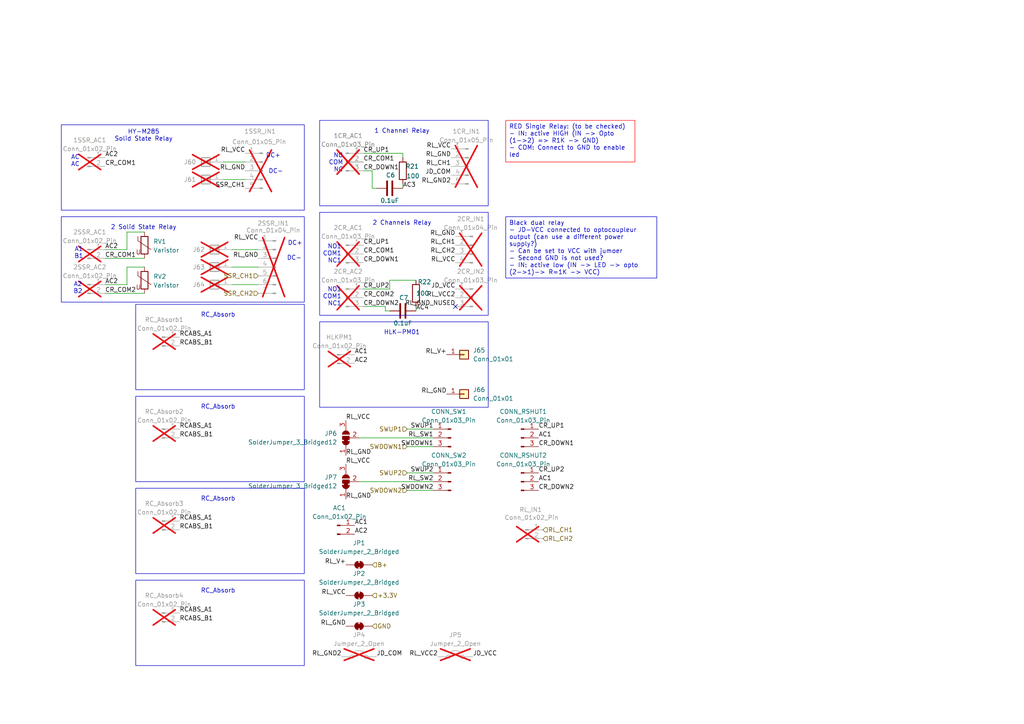
<source format=kicad_sch>
(kicad_sch (version 20231120) (generator "eeschema") (generator_version "8.0")
  (paper "A4")
  (lib_symbols
    (symbol "Connector:Conn_01x02_Pin" (pin_names (offset 1.016) hide)
      (property "Reference" "J" (at 0 2.54 0))
      (property "Value" "Conn_01x02_Pin" (at 0 -5.08 0))
      (symbol "Conn_01x02_Pin_1_1"
        (polyline (pts (xy 1.27 -2.54) (xy 0.8636 -2.54)) (stroke (width 0.1524)))
        (polyline (pts (xy 1.27 0) (xy 0.8636 0)) (stroke (width 0.1524)))
        (rectangle (start 0.8636 -2.413) (end 0 -2.667) (stroke (width 0.1524)) (fill (type outline)))
        (rectangle (start 0.8636 0.127) (end 0 -0.127) (stroke (width 0.1524)) (fill (type outline)))
        (pin passive line (at 5.08 0 180) (length 3.81) (name "Pin_1") (number "1"))
        (pin passive line (at 5.08 -2.54 180) (length 3.81) (name "Pin_2") (number "2"))
      )
    )
    (symbol "Connector:Conn_01x03_Pin" (pin_names (offset 1.016) hide)
      (property "Reference" "J" (at 0 5.08 0))
      (property "Value" "Conn_01x03_Pin" (at 0 -5.08 0))
      (symbol "Conn_01x03_Pin_1_1"
        (polyline (pts (xy 1.27 -2.54) (xy 0.8636 -2.54)) (stroke (width 0.1524)))
        (polyline (pts (xy 1.27 0) (xy 0.8636 0)) (stroke (width 0.1524)))
        (polyline (pts (xy 1.27 2.54) (xy 0.8636 2.54)) (stroke (width 0.1524)))
        (rectangle (start 0.8636 -2.413) (end 0 -2.667) (stroke (width 0.1524)) (fill (type outline)))
        (rectangle (start 0.8636 0.127) (end 0 -0.127) (stroke (width 0.1524)) (fill (type outline)))
        (rectangle (start 0.8636 2.667) (end 0 2.413) (stroke (width 0.1524)) (fill (type outline)))
        (pin passive line (at 5.08 2.54 180) (length 3.81) (name "Pin_1") (number "1"))
        (pin passive line (at 5.08 0 180) (length 3.81) (name "Pin_2") (number "2"))
        (pin passive line (at 5.08 -2.54 180) (length 3.81) (name "Pin_3") (number "3"))
      )
    )
    (symbol "Connector:Conn_01x04_Pin" (pin_names (offset 1.016) hide)
      (property "Reference" "J" (at 0 5.08 0))
      (property "Value" "Conn_01x04_Pin" (at 0 -7.62 0))
      (symbol "Conn_01x04_Pin_1_1"
        (polyline (pts (xy 1.27 -5.08) (xy 0.8636 -5.08)) (stroke (width 0.1524)))
        (polyline (pts (xy 1.27 -2.54) (xy 0.8636 -2.54)) (stroke (width 0.1524)))
        (polyline (pts (xy 1.27 0) (xy 0.8636 0)) (stroke (width 0.1524)))
        (polyline (pts (xy 1.27 2.54) (xy 0.8636 2.54)) (stroke (width 0.1524)))
        (rectangle (start 0.8636 -4.953) (end 0 -5.207) (stroke (width 0.1524)) (fill (type outline)))
        (rectangle (start 0.8636 -2.413) (end 0 -2.667) (stroke (width 0.1524)) (fill (type outline)))
        (rectangle (start 0.8636 0.127) (end 0 -0.127) (stroke (width 0.1524)) (fill (type outline)))
        (rectangle (start 0.8636 2.667) (end 0 2.413) (stroke (width 0.1524)) (fill (type outline)))
        (pin passive line (at 5.08 2.54 180) (length 3.81) (name "Pin_1") (number "1"))
        (pin passive line (at 5.08 0 180) (length 3.81) (name "Pin_2") (number "2"))
        (pin passive line (at 5.08 -2.54 180) (length 3.81) (name "Pin_3") (number "3"))
        (pin passive line (at 5.08 -5.08 180) (length 3.81) (name "Pin_4") (number "4"))
      )
    )
    (symbol "Connector:Conn_01x05_Pin" (pin_names (offset 1.016) hide)
      (property "Reference" "J" (at 0 7.62 0))
      (property "Value" "Conn_01x05_Pin" (at 0 -7.62 0))
      (symbol "Conn_01x05_Pin_1_1"
        (polyline (pts (xy 1.27 -5.08) (xy 0.8636 -5.08)) (stroke (width 0.1524)))
        (polyline (pts (xy 1.27 -2.54) (xy 0.8636 -2.54)) (stroke (width 0.1524)))
        (polyline (pts (xy 1.27 0) (xy 0.8636 0)) (stroke (width 0.1524)))
        (polyline (pts (xy 1.27 2.54) (xy 0.8636 2.54)) (stroke (width 0.1524)))
        (polyline (pts (xy 1.27 5.08) (xy 0.8636 5.08)) (stroke (width 0.1524)))
        (rectangle (start 0.8636 -4.953) (end 0 -5.207) (stroke (width 0.1524)) (fill (type outline)))
        (rectangle (start 0.8636 -2.413) (end 0 -2.667) (stroke (width 0.1524)) (fill (type outline)))
        (rectangle (start 0.8636 0.127) (end 0 -0.127) (stroke (width 0.1524)) (fill (type outline)))
        (rectangle (start 0.8636 2.667) (end 0 2.413) (stroke (width 0.1524)) (fill (type outline)))
        (rectangle (start 0.8636 5.207) (end 0 4.953) (stroke (width 0.1524)) (fill (type outline)))
        (pin passive line (at 5.08 5.08 180) (length 3.81) (name "Pin_1") (number "1"))
        (pin passive line (at 5.08 2.54 180) (length 3.81) (name "Pin_2") (number "2"))
        (pin passive line (at 5.08 0 180) (length 3.81) (name "Pin_3") (number "3"))
        (pin passive line (at 5.08 -2.54 180) (length 3.81) (name "Pin_4") (number "4"))
        (pin passive line (at 5.08 -5.08 180) (length 3.81) (name "Pin_5") (number "5"))
      )
    )
    (symbol "Connector:Conn_01x07_Pin" (pin_names (offset 1.016) hide)
      (property "Reference" "J" (at 0 10.16 0))
      (property "Value" "Conn_01x07_Pin" (at 0 -10.16 0))
      (symbol "Conn_01x07_Pin_1_1"
        (polyline (pts (xy 1.27 -7.62) (xy 0.8636 -7.62)) (stroke (width 0.1524)))
        (polyline (pts (xy 1.27 -5.08) (xy 0.8636 -5.08)) (stroke (width 0.1524)))
        (polyline (pts (xy 1.27 -2.54) (xy 0.8636 -2.54)) (stroke (width 0.1524)))
        (polyline (pts (xy 1.27 0) (xy 0.8636 0)) (stroke (width 0.1524)))
        (polyline (pts (xy 1.27 2.54) (xy 0.8636 2.54)) (stroke (width 0.1524)))
        (polyline (pts (xy 1.27 5.08) (xy 0.8636 5.08)) (stroke (width 0.1524)))
        (polyline (pts (xy 1.27 7.62) (xy 0.8636 7.62)) (stroke (width 0.1524)))
        (rectangle (start 0.8636 -7.493) (end 0 -7.747) (stroke (width 0.1524)) (fill (type outline)))
        (rectangle (start 0.8636 -4.953) (end 0 -5.207) (stroke (width 0.1524)) (fill (type outline)))
        (rectangle (start 0.8636 -2.413) (end 0 -2.667) (stroke (width 0.1524)) (fill (type outline)))
        (rectangle (start 0.8636 0.127) (end 0 -0.127) (stroke (width 0.1524)) (fill (type outline)))
        (rectangle (start 0.8636 2.667) (end 0 2.413) (stroke (width 0.1524)) (fill (type outline)))
        (rectangle (start 0.8636 5.207) (end 0 4.953) (stroke (width 0.1524)) (fill (type outline)))
        (rectangle (start 0.8636 7.747) (end 0 7.493) (stroke (width 0.1524)) (fill (type outline)))
        (pin passive line (at 5.08 7.62 180) (length 3.81) (name "Pin_1") (number "1"))
        (pin passive line (at 5.08 5.08 180) (length 3.81) (name "Pin_2") (number "2"))
        (pin passive line (at 5.08 2.54 180) (length 3.81) (name "Pin_3") (number "3"))
        (pin passive line (at 5.08 0 180) (length 3.81) (name "Pin_4") (number "4"))
        (pin passive line (at 5.08 -2.54 180) (length 3.81) (name "Pin_5") (number "5"))
        (pin passive line (at 5.08 -5.08 180) (length 3.81) (name "Pin_6") (number "6"))
        (pin passive line (at 5.08 -7.62 180) (length 3.81) (name "Pin_7") (number "7"))
      )
    )
    (symbol "Connector_Generic:Conn_01x01" (pin_names (offset 1.016) hide)
      (property "Reference" "J" (at 0 2.54 0))
      (property "Value" "Conn_01x01" (at 0 -2.54 0))
      (symbol "Conn_01x01_1_1"
        (rectangle (start -1.27 0.127) (end 0 -0.127) (stroke (width 0.1524)))
        (rectangle (start -1.27 1.27) (end 1.27 -1.27) (stroke (width 0.254)) (fill (type background)))
        (pin passive line (at -5.08 0 0) (length 3.81) (name "Pin_1") (number "1"))
      )
    )
    (symbol "Device:C" (pin_numbers hide) (pin_names (offset 0.254))
      (property "Reference" "C" (at 0.635 2.54 0))
      (property "Value" "C" (at 0.635 -2.54 0))
      (symbol "C_0_1"
        (polyline (pts (xy -2.032 -0.762) (xy 2.032 -0.762)) (stroke (width 0.508)))
        (polyline (pts (xy -2.032 0.762) (xy 2.032 0.762)) (stroke (width 0.508)))
      )
      (symbol "C_1_1"
        (pin passive line (at 0 3.81 270) (length 2.794) (name "~") (number "1"))
        (pin passive line (at 0 -3.81 90) (length 2.794) (name "~") (number "2"))
      )
    )
    (symbol "Device:R" (pin_numbers hide) (pin_names (offset 0))
      (property "Reference" "R" (at 2.032 0 90))
      (property "Value" "R" (at 0 0 90))
      (symbol "R_0_1"
        (rectangle (start -1.016 -2.54) (end 1.016 2.54) (stroke (width 0.254)))
      )
      (symbol "R_1_1"
        (pin passive line (at 0 3.81 270) (length 1.27) (name "~") (number "1"))
        (pin passive line (at 0 -3.81 90) (length 1.27) (name "~") (number "2"))
      )
    )
    (symbol "Device:Varistor" (pin_numbers hide) (pin_names (offset 0))
      (property "Reference" "RV" (at 3.175 0 90))
      (property "Value" "Varistor" (at -3.175 0 90))
      (symbol "Varistor_0_0"
        (text "U" (at -1.778 -2.032 0) (effects (font (size 1.27 1.27))))
      )
      (symbol "Varistor_0_1"
        (rectangle (start -1.016 -2.54) (end 1.016 2.54) (stroke (width 0.254)))
        (polyline (pts (xy -1.905 2.54) (xy -1.905 1.27) (xy 1.905 -1.27)))
      )
      (symbol "Varistor_1_1"
        (pin passive line (at 0 3.81 270) (length 1.27) (name "~") (number "1"))
        (pin passive line (at 0 -3.81 90) (length 1.27) (name "~") (number "2"))
      )
    )
    (symbol "Jumper:Jumper_2_Open" (pin_numbers hide) (pin_names (offset 0) hide) (exclude_from_sim yes)
      (property "Reference" "JP" (at 0 2.794 0))
      (property "Value" "Jumper_2_Open" (at 0 -2.286 0))
      (symbol "Jumper_2_Open_0_0"
        (circle (center -2.032 0) (radius 0.508))
        (circle (center 2.032 0) (radius 0.508))
      )
      (symbol "Jumper_2_Open_0_1"
        (arc (start 1.524 1.27) (mid 0 1.778) (end -1.524 1.27))
      )
      (symbol "Jumper_2_Open_1_1"
        (pin passive line (at -5.08 0 0) (length 2.54) (name "A") (number "1"))
        (pin passive line (at 5.08 0 180) (length 2.54) (name "B") (number "2"))
      )
    )
    (symbol "Jumper:SolderJumper_2_Bridged" (pin_numbers hide) (pin_names (offset 0) hide) (exclude_from_sim yes) (in_bom no)
      (property "Reference" "JP" (at 0 2.032 0))
      (property "Value" "SolderJumper_2_Bridged" (at 0 -2.54 0))
      (symbol "SolderJumper_2_Bridged_0_1"
        (rectangle (start -0.508 0.508) (end 0.508 -0.508) (fill (type outline)))
        (arc (start -0.254 1.016) (mid -1.2656 0) (end -0.254 -1.016))
        (arc (start -0.254 1.016) (mid -1.2656 0) (end -0.254 -1.016) (fill (type outline)))
        (polyline (pts (xy -0.254 1.016) (xy -0.254 -1.016)))
        (polyline (pts (xy 0.254 1.016) (xy 0.254 -1.016)))
        (arc (start 0.254 -1.016) (mid 1.2656 0) (end 0.254 1.016))
        (arc (start 0.254 -1.016) (mid 1.2656 0) (end 0.254 1.016) (fill (type outline)))
      )
      (symbol "SolderJumper_2_Bridged_1_1"
        (pin passive line (at -3.81 0 0) (length 2.54) (name "A") (number "1"))
        (pin passive line (at 3.81 0 180) (length 2.54) (name "B") (number "2"))
      )
    )
    (symbol "Jumper:SolderJumper_3_Bridged12" (pin_names (offset 0) hide) (exclude_from_sim yes) (in_bom no)
      (property "Reference" "JP" (at -2.54 -2.54 0))
      (property "Value" "SolderJumper_3_Bridged12" (at 0 2.794 0))
      (symbol "SolderJumper_3_Bridged12_0_1"
        (rectangle (start -1.016 0.508) (end -0.508 -0.508) (fill (type outline)))
        (arc (start -1.016 1.016) (mid -2.0276 0) (end -1.016 -1.016))
        (arc (start -1.016 1.016) (mid -2.0276 0) (end -1.016 -1.016) (fill (type outline)))
        (rectangle (start -0.508 1.016) (end 0.508 -1.016) (fill (type outline)))
        (polyline (pts (xy -2.54 0) (xy -2.032 0)))
        (polyline (pts (xy -1.016 1.016) (xy -1.016 -1.016)))
        (polyline (pts (xy 0 -1.27) (xy 0 -1.016)))
        (polyline (pts (xy 1.016 1.016) (xy 1.016 -1.016)))
        (polyline (pts (xy 2.54 0) (xy 2.032 0)))
        (arc (start 1.016 -1.016) (mid 2.0276 0) (end 1.016 1.016))
        (arc (start 1.016 -1.016) (mid 2.0276 0) (end 1.016 1.016) (fill (type outline)))
      )
      (symbol "SolderJumper_3_Bridged12_1_1"
        (pin passive line (at -5.08 0 0) (length 2.54) (name "A") (number "1"))
        (pin passive line (at 0 -3.81 90) (length 2.54) (name "C") (number "2"))
        (pin passive line (at 5.08 0 180) (length 2.54) (name "B") (number "3"))
      )
    )
  )
  (no_connect (at 132.08 88.9))
  (wire (pts (xy 118.11 124.46) (xy 125.73 124.46)))
  (wire (pts (xy 113.03 90.17) (xy 111.76 90.17)))
  (wire (pts (xy 30.48 85.09) (xy 41.91 85.09)))
  (wire (pts (xy 113.03 81.28) (xy 120.65 81.28)))
  (wire (pts (xy 104.14 139.7) (xy 125.73 139.7)))
  (wire (pts (xy 104.14 127) (xy 125.73 127)))
  (wire (pts (xy 64.77 46.99) (xy 71.12 46.99)))
  (wire (pts (xy 113.03 81.28) (xy 113.03 83.82)))
  (wire (pts (xy 36.83 77.47) (xy 36.83 82.55)))
  (wire (pts (xy 113.03 83.82) (xy 105.41 83.82)))
  (wire (pts (xy 41.91 77.47) (xy 36.83 77.47)))
  (wire (pts (xy 67.31 72.39) (xy 74.93 72.39)))
  (wire (pts (xy 111.76 90.17) (xy 111.76 88.9)))
  (wire (pts (xy 30.48 74.93) (xy 41.91 74.93)))
  (wire (pts (xy 125.73 142.24) (xy 118.11 142.24)))
  (wire (pts (xy 67.31 77.47) (xy 74.93 77.47)))
  (wire (pts (xy 105.41 49.53) (xy 107.95 49.53)))
  (wire (pts (xy 105.41 88.9) (xy 111.76 88.9)))
  (wire (pts (xy 120.65 88.9) (xy 120.65 90.17)))
  (wire (pts (xy 64.77 52.07) (xy 71.12 52.07)))
  (wire (pts (xy 36.83 72.39) (xy 30.48 72.39)))
  (wire (pts (xy 107.95 54.61) (xy 107.95 49.53)))
  (wire (pts (xy 36.83 82.55) (xy 30.48 82.55)))
  (wire (pts (xy 116.84 45.72) (xy 116.84 44.45)))
  (wire (pts (xy 67.31 82.55) (xy 74.93 82.55)))
  (wire (pts (xy 116.84 53.34) (xy 116.84 54.61)))
  (wire (pts (xy 41.91 67.31) (xy 36.83 67.31)))
  (wire (pts (xy 105.41 44.45) (xy 116.84 44.45)))
  (wire (pts (xy 125.73 137.16) (xy 118.11 137.16)))
  (wire (pts (xy 109.22 54.61) (xy 107.95 54.61)))
  (wire (pts (xy 125.73 129.54) (xy 118.11 129.54)))
  (wire (pts (xy 36.83 67.31) (xy 36.83 72.39)))
  (rectangle (start 92.71 61.595) (end 141.605 91.44))
  (rectangle (start 39.37 141.605) (end 88.265 166.37))
  (rectangle (start 39.37 114.935) (end 88.265 139.7))
  (rectangle (start 92.71 93.345) (end 141.605 118.11))
  (rectangle (start 39.37 88.265) (end 88.265 113.03))
  (rectangle (start 17.78 36.195) (end 88.265 60.96))
  (rectangle (start 39.37 168.275) (end 88.265 193.04))
  (rectangle (start 17.78 62.865) (end 88.265 87.63))
  (rectangle (start 92.71 34.925) (end 141.605 59.69))
  (text_box "Black dual relay\n- JD-VCC connected to optocoupleur output (can use a different power supply?)\n- Can be set to VCC with jumoer\n- Second GND is not used?\n- IN: active low (IN -> LED -> opto (2->1)-> R=1K -> VCC)" (at 146.685 62.865 0) (size 43.815 17.78) (effects (font (size 1.27 1.27)) (justify left top)))
  (text_box "RED Single Relay: (to be checked)\n- IN: active HIGH (IN -> Opto (1->2) => R1K -> GND)\n- COM: Connect to GND to enable led" (at 146.685 34.925 0) (size 37.465 12.065) (stroke (width 0) (color 255 0 0 1)) (effects (font (size 1.27 1.27)) (justify left top)))
  (text "NO1\nCOM1\nNC1" (at 99.06 86.106 0) (effects (font (size 1.27 1.27)) (justify right)))
  (text "NO\nCOM\nNC" (at 99.568 47.244 0) (effects (font (size 1.27 1.27)) (justify right)))
  (text "RC_Absorb" (at 63.246 118.11 0) (effects (font (size 1.27 1.27))))
  (text "DC+" (at 79.248 45.212 0) (effects (font (size 1.27 1.27))))
  (text "2 Channels Relay" (at 116.586 64.77 0) (effects (font (size 1.27 1.27))))
  (text "DC-" (at 85.344 74.93 0) (effects (font (size 1.27 1.27))))
  (text "2 Solid State Relay" (at 41.656 66.04 0) (effects (font (size 1.27 1.27))))
  (text "RC_Absorb" (at 63.246 144.78 0) (effects (font (size 1.27 1.27))))
  (text "A2\nB2" (at 22.606 83.566 0) (effects (font (size 1.27 1.27))))
  (text "RC_Absorb" (at 63.246 171.45 0) (effects (font (size 1.27 1.27))))
  (text "HY-M285\nSolid State Relay" (at 41.656 39.37 0) (effects (font (size 1.27 1.27))))
  (text "AC\nAC" (at 21.844 46.736 0) (effects (font (size 1.27 1.27))))
  (text "DC-" (at 80.01 49.784 0) (effects (font (size 1.27 1.27))))
  (text "NO1\nCOM1\nNC1" (at 99.06 73.66 0) (effects (font (size 1.27 1.27)) (justify right)))
  (text "DC+" (at 85.598 70.612 0) (effects (font (size 1.27 1.27))))
  (text "1 Channel Relay" (at 116.586 38.1 0) (effects (font (size 1.27 1.27))))
  (text "A1\nB1" (at 22.86 73.406 0) (effects (font (size 1.27 1.27))))
  (text "RC_Absorb" (at 63.246 91.44 0) (effects (font (size 1.27 1.27))))
  (text "HLK-PM01" (at 116.586 96.52 0) (effects (font (size 1.27 1.27))))
  (label "RL_VCC" (at 71.12 44.45 180))
  (label "JD_VCC" (at 137.16 190.5 0))
  (label "SWDOWN2" (at 125.73 142.24 180))
  (label "RL_GND" (at 100.33 181.61 180))
  (label "RCABS_A1" (at 52.07 151.13 0))
  (label "AC4" (at 120.65 90.17 0))
  (label "RCABS_B1" (at 52.07 180.34 0))
  (label "CR_UP2" (at 156.21 137.16 0))
  (label "AC1" (at 102.87 102.87 0))
  (label "RL_GND2" (at 130.81 53.34 180))
  (label "SWUP2" (at 125.73 137.16 180))
  (label "SSR_CH1" (at 71.12 54.61 180))
  (label "CR_UP1" (at 105.41 71.12 0))
  (label "RL_V+" (at 129.54 102.87 180))
  (label "RL_GND" (at 71.12 49.53 180))
  (label "CR_DOWN2" (at 105.41 88.9 0))
  (label "RL_VCC2" (at 132.08 86.36 180))
  (label "RL_GND" (at 129.54 114.3 180))
  (label "CR_COM1" (at 105.41 73.66 0))
  (label "SWUP1" (at 125.73 124.46 180))
  (label "CR_COM2" (at 30.48 85.09 0))
  (label "RL_GND2" (at 99.06 190.5 180))
  (label "CR_DOWN1" (at 105.41 49.53 0))
  (label "RCABS_A1" (at 52.07 97.79 0))
  (label "AC2" (at 102.87 105.41 0))
  (label "RL_CH1" (at 132.08 71.12 180))
  (label "AC1" (at 102.87 152.4 0))
  (label "RL_VCC" (at 100.33 172.72 180))
  (label "CR_COM1" (at 30.48 74.93 0))
  (label "CR_DOWN1" (at 156.21 129.54 0))
  (label "AC1" (at 156.21 127 0))
  (label "CR_COM2" (at 105.41 86.36 0))
  (label "RL_VCC" (at 100.33 134.62 0))
  (label "RL_GND" (at 100.33 144.78 0))
  (label "RL_GND" (at 100.33 132.08 0))
  (label "AC1" (at 156.21 139.7 0))
  (label "RCABS_B1" (at 52.07 127 0))
  (label "RL_VCC" (at 130.81 43.18 180))
  (label "RL_SW2" (at 125.73 139.7 180))
  (label "RL_VCC" (at 74.93 69.85 180))
  (label "AC2" (at 102.87 154.94 0))
  (label "RCABS_B1" (at 52.07 153.67 0))
  (label "RL_CH2" (at 132.08 73.66 180))
  (label "CR_UP2" (at 105.41 83.82 0))
  (label "AC2" (at 30.48 82.55 0))
  (label "AC3" (at 116.84 54.61 0))
  (label "RCABS_B1" (at 52.07 100.33 0))
  (label "CR_COM1" (at 30.48 48.26 0))
  (label "CR_DOWN1" (at 105.41 76.2 0))
  (label "AC2" (at 30.48 72.39 0))
  (label "JD_COM" (at 130.81 50.8 180))
  (label "CR_UP1" (at 156.21 124.46 0))
  (label "RCABS_A1" (at 52.07 124.46 0))
  (label "RL_SW1" (at 125.73 127 180))
  (label "RL_CH1" (at 130.81 48.26 180))
  (label "CR_COM1" (at 105.41 46.99 0))
  (label "RL_VCC2" (at 127 190.5 180))
  (label "JD_VCC" (at 132.08 83.82 180))
  (label "RL_VCC" (at 132.08 76.2 180))
  (label "CR_UP1" (at 105.41 44.45 0))
  (label "JD_COM" (at 109.22 190.5 0))
  (label "RL_GND" (at 74.93 74.93 180))
  (label "RL_V+" (at 100.33 163.83 180))
  (label "CR_DOWN2" (at 156.21 142.24 0))
  (label "RCABS_A1" (at 52.07 177.8 0))
  (label "AC2" (at 30.48 45.72 0))
  (label "RL_VCC" (at 100.33 121.92 0))
  (label "SWDOWN1" (at 125.73 129.54 180))
  (label "RL_GND_NUSED" (at 132.08 88.9 180))
  (label "RL_GND" (at 132.08 68.58 180))
  (label "RL_GND" (at 130.81 45.72 180))
  (hierarchical_label "SWDOWN1" (shape input) (at 118.11 129.54 180))
  (hierarchical_label "SWUP2" (shape input) (at 118.11 137.16 180))
  (hierarchical_label "B+" (shape input) (at 107.95 163.83 0))
  (hierarchical_label "SWUP1" (shape input) (at 118.11 124.46 180))
  (hierarchical_label "RL_CH2" (shape input) (at 157.48 156.21 0))
  (hierarchical_label "SWDOWN2" (shape input) (at 118.11 142.24 180))
  (hierarchical_label "SSR_CH2" (shape input) (at 74.93 85.09 180))
  (hierarchical_label "RL_CH1" (shape input) (at 157.48 153.67 0))
  (hierarchical_label "SSR_CH1" (shape input) (at 74.93 80.01 180))
  (hierarchical_label "GND" (shape input) (at 107.95 181.61 0))
  (hierarchical_label "+3.3V" (shape input) (at 107.95 172.72 0))
  (symbol (lib_id "Jumper:SolderJumper_2_Bridged") (at 104.14 172.72 0) (unit 1) (exclude_from_sim yes) (in_bom no)
    (property "Reference" "JP2" (at 104.14 166.37 0))
    (property "Value" "SolderJumper_2_Bridged" (at 104.14 168.91 0))
    (property "Footprint" "Jumper:SolderJumper-2_P1.3mm_Bridged_RoundedPad1.0x1.5mm" (effects (hide yes)))
    (property "Description" "Solder Jumper, 2-pole, closed/bridged" (effects (hide yes)))
  )
  (symbol (lib_id "Connector:Conn_01x07_Pin") (at 80.01 77.47 0) (mirror y) (unit 1) (dnp yes)
    (property "Reference" "2SSR_IN1" (at 79.248 64.77 0))
    (property "Value" "Conn_01x04_Pin" (at 79.248 66.802 0))
    (property "Footprint" "Connector_PinHeader_2.54mm:PinHeader_1x07_P2.54mm_Vertical" (effects (hide yes)))
    (property "Description" "Generic connector, single row, 01x07, script generated" (effects (hide yes)))
  )
  (symbol (lib_id "Connector:Conn_01x02_Pin") (at 25.4 72.39 0) (unit 1) (dnp yes)
    (property "Reference" "2SSR_AC1" (at 26.035 67.31 0))
    (property "Value" "Conn_01x02_Pin" (at 26.035 69.85 0))
    (property "Footprint" "TerminalBlock_Phoenix:TerminalBlock_Phoenix_MKDS-1,5-2-5.08_1x02_P5.08mm_Horizontal" (effects (hide yes)))
    (property "Description" "Generic connector, single row, 01x02, script generated" (effects (hide yes)))
  )
  (symbol (lib_id "Connector:Conn_01x03_Pin") (at 151.13 127 0) (unit 1)
    (property "Reference" "CONN_RSHUT1" (at 151.765 119.38 0))
    (property "Value" "Conn_01x03_Pin" (at 151.765 121.92 0))
    (property "Footprint" "TerminalBlock_Phoenix:TerminalBlock_Phoenix_MKDS-1,5-3-5.08_1x03_P5.08mm_Horizontal" (effects (hide yes)))
    (property "Description" "Generic connector, single row, 01x03, script generated" (effects (hide yes)))
  )
  (symbol (lib_id "Connector:Conn_01x02_Pin") (at 25.4 82.55 0) (unit 1) (dnp yes)
    (property "Reference" "2SSR_AC2" (at 26.035 77.47 0))
    (property "Value" "Conn_01x02_Pin" (at 26.035 80.01 0))
    (property "Footprint" "TerminalBlock_Phoenix:TerminalBlock_Phoenix_MKDS-1,5-2-5.08_1x02_P5.08mm_Horizontal" (effects (hide yes)))
    (property "Description" "Generic connector, single row, 01x02, script generated" (effects (hide yes)))
  )
  (symbol (lib_id "Connector:Conn_01x02_Pin") (at 46.99 124.46 0) (unit 1) (on_board no) (dnp yes)
    (property "Reference" "RC_Absorb2" (at 47.625 119.38 0))
    (property "Value" "Conn_01x02_Pin" (at 47.625 121.92 0))
    (property "Footprint" "TerminalBlock_Phoenix:TerminalBlock_Phoenix_MKDS-1,5-2-5.08_1x02_P5.08mm_Horizontal" (effects (hide yes)))
    (property "Description" "Generic connector, single row, 01x02, script generated" (effects (hide yes)))
  )
  (symbol (lib_id "Connector:Conn_01x02_Pin") (at 25.4 45.72 0) (unit 1) (on_board no) (dnp yes)
    (property "Reference" "1SSR_AC1" (at 26.035 40.64 0))
    (property "Value" "Conn_01x02_Pin" (at 26.035 43.18 0))
    (property "Footprint" "TerminalBlock_Phoenix:TerminalBlock_Phoenix_MKDS-1,5-2-5.08_1x02_P5.08mm_Horizontal" (effects (hide yes)))
    (property "Description" "Generic connector, single row, 01x02, script generated" (effects (hide yes)))
  )
  (symbol (lib_id "Jumper:SolderJumper_3_Bridged12") (at 100.33 127 90) (unit 1) (exclude_from_sim yes) (in_bom no)
    (property "Reference" "JP6" (at 97.79 125.7299 90) (effects (justify left)))
    (property "Value" "SolderJumper_3_Bridged12" (at 97.79 128.2699 90) (effects (justify left)))
    (property "Footprint" "Jumper:SolderJumper-3_P1.3mm_Bridged12_RoundedPad1.0x1.5mm_NumberLabels" (effects (hide yes)))
    (property "Description" "3-pole Solder Jumper, pins 1+2 closed/bridged" (effects (hide yes)))
  )
  (symbol (lib_id "Connector:Conn_01x04_Pin") (at 137.16 71.12 0) (mirror y) (unit 1) (dnp yes)
    (property "Reference" "2CR_IN1" (at 136.525 63.5 0))
    (property "Value" "Conn_01x04_Pin" (at 136.525 66.04 0))
    (property "Footprint" "Connector_PinHeader_2.54mm:PinHeader_1x04_P2.54mm_Vertical" (effects (hide yes)))
    (property "Description" "Generic connector, single row, 01x04, script generated" (effects (hide yes)))
  )
  (symbol (lib_id "Jumper:SolderJumper_2_Bridged") (at 104.14 163.83 0) (unit 1) (exclude_from_sim yes) (in_bom no)
    (property "Reference" "JP1" (at 104.14 157.48 0))
    (property "Value" "SolderJumper_2_Bridged" (at 104.14 160.02 0))
    (property "Footprint" "Jumper:SolderJumper-2_P1.3mm_Bridged_RoundedPad1.0x1.5mm" (effects (hide yes)))
    (property "Description" "Solder Jumper, 2-pole, closed/bridged" (effects (hide yes)))
  )
  (symbol (lib_id "Connector_Generic:Conn_01x01") (at 59.69 52.07 180) (unit 1) (dnp yes)
    (property "Reference" "J61" (at 55.118 52.07 0))
    (property "Value" "Conn_01x01" (effects (hide yes)))
    (property "Footprint" "Connector_PinSocket_2.54mm:PinSocket_1x01_P2.54mm_Vertical" (effects (hide yes)))
    (property "Description" "Generic connector, single row, 01x01, script generated (kicad-library-utils/schlib/autogen/connector/)" (effects (hide yes)))
  )
  (symbol (lib_id "Connector:Conn_01x03_Pin") (at 137.16 86.36 0) (mirror y) (unit 1) (dnp yes)
    (property "Reference" "2CR_IN2" (at 136.525 78.74 0))
    (property "Value" "Conn_01x03_Pin" (at 136.525 81.28 0))
    (property "Footprint" "Connector_PinHeader_2.54mm:PinHeader_1x03_P2.54mm_Vertical" (effects (hide yes)))
    (property "Description" "Generic connector, single row, 01x03, script generated" (effects (hide yes)))
  )
  (symbol (lib_id "Connector_Generic:Conn_01x01") (at 62.23 77.47 180) (unit 1) (dnp yes)
    (property "Reference" "J63" (at 57.658 77.47 0))
    (property "Value" "Conn_01x01" (effects (hide yes)))
    (property "Footprint" "Connector_PinSocket_2.54mm:PinSocket_1x01_P2.54mm_Vertical" (effects (hide yes)))
    (property "Description" "Generic connector, single row, 01x01, script generated (kicad-library-utils/schlib/autogen/connector/)" (effects (hide yes)))
  )
  (symbol (lib_id "Connector:Conn_01x03_Pin") (at 130.81 127 0) (mirror y) (unit 1)
    (property "Reference" "CONN_SW1" (at 130.175 119.38 0))
    (property "Value" "Conn_01x03_Pin" (at 130.175 121.92 0))
    (property "Footprint" "TerminalBlock_Phoenix:TerminalBlock_Phoenix_MKDS-1,5-3-5.08_1x03_P5.08mm_Horizontal" (effects (hide yes)))
    (property "Description" "Generic connector, single row, 01x03, script generated" (effects (hide yes)))
  )
  (symbol (lib_id "Connector:Conn_01x05_Pin") (at 135.89 48.26 0) (mirror y) (unit 1) (dnp yes)
    (property "Reference" "1CR_IN1" (at 135.255 38.1 0))
    (property "Value" "Conn_01x05_Pin" (at 135.255 40.64 0))
    (property "Footprint" "Connector_PinHeader_2.54mm:PinHeader_1x05_P2.54mm_Vertical" (effects (hide yes)))
    (property "Description" "Generic connector, single row, 01x05, script generated" (effects (hide yes)))
  )
  (symbol (lib_id "Connector_Generic:Conn_01x01") (at 59.69 46.99 180) (unit 1) (dnp yes)
    (property "Reference" "J60" (at 55.118 46.99 0))
    (property "Value" "Conn_01x01" (effects (hide yes)))
    (property "Footprint" "Connector_PinSocket_2.54mm:PinSocket_1x01_P2.54mm_Vertical" (effects (hide yes)))
    (property "Description" "Generic connector, single row, 01x01, script generated (kicad-library-utils/schlib/autogen/connector/)" (effects (hide yes)))
  )
  (symbol (lib_id "Connector:Conn_01x03_Pin") (at 100.33 46.99 0) (unit 1) (dnp yes)
    (property "Reference" "1CR_AC1" (at 100.965 39.37 0))
    (property "Value" "Conn_01x03_Pin" (at 100.965 41.91 0))
    (property "Footprint" "TerminalBlock_Phoenix:TerminalBlock_Phoenix_MKDS-1,5-3-5.08_1x03_P5.08mm_Horizontal" (effects (hide yes)))
    (property "Description" "Generic connector, single row, 01x03, script generated" (effects (hide yes)))
  )
  (symbol (lib_id "Connector:Conn_01x03_Pin") (at 151.13 139.7 0) (unit 1)
    (property "Reference" "CONN_RSHUT2" (at 151.765 132.08 0))
    (property "Value" "Conn_01x03_Pin" (at 151.765 134.62 0))
    (property "Footprint" "TerminalBlock_Phoenix:TerminalBlock_Phoenix_MKDS-1,5-3-5.08_1x03_P5.08mm_Horizontal" (effects (hide yes)))
    (property "Description" "Generic connector, single row, 01x03, script generated" (effects (hide yes)))
  )
  (symbol (lib_id "Jumper:SolderJumper_3_Bridged12") (at 100.33 139.7 90) (unit 1) (exclude_from_sim yes) (in_bom no)
    (property "Reference" "JP7" (at 97.79 138.4299 90) (effects (justify left)))
    (property "Value" "SolderJumper_3_Bridged12" (at 97.79 140.9699 90) (effects (justify left)))
    (property "Footprint" "Jumper:SolderJumper-3_P1.3mm_Bridged12_RoundedPad1.0x1.5mm_NumberLabels" (effects (hide yes)))
    (property "Description" "3-pole Solder Jumper, pins 1+2 closed/bridged" (effects (hide yes)))
  )
  (symbol (lib_id "Connector:Conn_01x03_Pin") (at 100.33 86.36 0) (unit 1) (dnp yes)
    (property "Reference" "2CR_AC2" (at 100.965 78.74 0))
    (property "Value" "Conn_01x03_Pin" (at 100.965 81.28 0))
    (property "Footprint" "TerminalBlock_Phoenix:TerminalBlock_Phoenix_MKDS-1,5-3-5.08_1x03_P5.08mm_Horizontal" (effects (hide yes)))
    (property "Description" "Generic connector, single row, 01x03, script generated" (effects (hide yes)))
  )
  (symbol (lib_id "Device:C") (at 113.03 54.61 90) (unit 1)
    (property "Reference" "C6" (at 113.284 50.8 90))
    (property "Value" "0.1uF" (at 113.03 58.166 90))
    (property "Footprint" "Capacitor_THT:C_Axial_L12.0mm_D6.5mm_P15.00mm_Horizontal" (effects (hide yes)))
    (property "Description" "Unpolarized capacitor" (effects (hide yes)))
  )
  (symbol (lib_id "Connector:Conn_01x02_Pin") (at 152.4 153.67 0) (unit 1) (dnp yes)
    (property "Reference" "RL_IN1" (at 153.924 147.828 0))
    (property "Value" "Conn_01x02_Pin" (at 154.178 150.114 0))
    (property "Footprint" "Connector_PinHeader_2.54mm:PinHeader_1x02_P2.54mm_Vertical" (effects (hide yes)))
    (property "Description" "Generic connector, single row, 01x02, script generated" (effects (hide yes)))
  )
  (symbol (lib_id "Connector:Conn_01x02_Pin") (at 97.79 102.87 0) (unit 1) (dnp yes)
    (property "Reference" "HLKPM1" (at 98.425 97.79 0))
    (property "Value" "Conn_01x02_Pin" (at 98.425 100.33 0))
    (property "Footprint" "TerminalBlock_Phoenix:TerminalBlock_Phoenix_MKDS-1,5-2-5.08_1x02_P5.08mm_Horizontal" (effects (hide yes)))
    (property "Description" "Generic connector, single row, 01x02, script generated" (effects (hide yes)))
  )
  (symbol (lib_id "Connector_Generic:Conn_01x01") (at 62.23 72.39 180) (unit 1) (dnp yes)
    (property "Reference" "J62" (at 57.658 72.39 0))
    (property "Value" "Conn_01x01" (effects (hide yes)))
    (property "Footprint" "Connector_PinSocket_2.54mm:PinSocket_1x01_P2.54mm_Vertical" (effects (hide yes)))
    (property "Description" "Generic connector, single row, 01x01, script generated (kicad-library-utils/schlib/autogen/connector/)" (effects (hide yes)))
  )
  (symbol (lib_id "Device:R") (at 116.84 49.53 0) (unit 1)
    (property "Reference" "R21" (at 117.602 48.26 0) (effects (justify left)))
    (property "Value" "100" (at 117.856 51.054 0) (effects (justify left)))
    (property "Footprint" "Resistor_THT:R_Axial_DIN0414_L11.9mm_D4.5mm_P15.24mm_Horizontal" (effects (hide yes)))
    (property "Description" "Resistor" (effects (hide yes)))
  )
  (symbol (lib_id "Connector_Generic:Conn_01x01") (at 62.23 82.55 180) (unit 1) (dnp yes)
    (property "Reference" "J64" (at 57.658 82.55 0))
    (property "Value" "Conn_01x01" (effects (hide yes)))
    (property "Footprint" "Connector_PinSocket_2.54mm:PinSocket_1x01_P2.54mm_Vertical" (effects (hide yes)))
    (property "Description" "Generic connector, single row, 01x01, script generated (kicad-library-utils/schlib/autogen/connector/)" (effects (hide yes)))
  )
  (symbol (lib_id "Connector:Conn_01x02_Pin") (at 46.99 97.79 0) (unit 1) (on_board no) (dnp yes)
    (property "Reference" "RC_Absorb1" (at 47.625 92.71 0))
    (property "Value" "Conn_01x02_Pin" (at 47.625 95.25 0))
    (property "Footprint" "TerminalBlock_Phoenix:TerminalBlock_Phoenix_MKDS-1,5-2-5.08_1x02_P5.08mm_Horizontal" (effects (hide yes)))
    (property "Description" "Generic connector, single row, 01x02, script generated" (effects (hide yes)))
  )
  (symbol (lib_id "Jumper:Jumper_2_Open") (at 104.14 190.5 0) (unit 1) (exclude_from_sim yes) (dnp yes)
    (property "Reference" "JP4" (at 104.14 184.15 0))
    (property "Value" "Jumper_2_Open" (at 104.14 186.69 0))
    (property "Footprint" "Connector_PinHeader_2.54mm:PinHeader_1x02_P2.54mm_Vertical" (effects (hide yes)))
    (property "Description" "Jumper, 2-pole, open" (effects (hide yes)))
  )
  (symbol (lib_id "Connector_Generic:Conn_01x01") (at 134.62 114.3 0) (unit 1)
    (property "Reference" "J66" (at 137.16 113.0299 0) (effects (justify left)))
    (property "Value" "Conn_01x01" (at 137.16 115.5699 0) (effects (justify left)))
    (property "Footprint" "Connector_PinHeader_2.54mm:PinHeader_1x01_P2.54mm_Vertical" (effects (hide yes)))
    (property "Description" "Generic connector, single row, 01x01, script generated (kicad-library-utils/schlib/autogen/connector/)" (effects (hide yes)))
  )
  (symbol (lib_id "Connector:Conn_01x02_Pin") (at 97.79 152.4 0) (unit 1)
    (property "Reference" "AC1" (at 98.425 147.32 0))
    (property "Value" "Conn_01x02_Pin" (at 98.425 149.86 0))
    (property "Footprint" "TerminalBlock_Phoenix:TerminalBlock_Phoenix_MKDS-1,5-2-5.08_1x02_P5.08mm_Horizontal" (effects (hide yes)))
    (property "Description" "Generic connector, single row, 01x02, script generated" (effects (hide yes)))
  )
  (symbol (lib_id "Device:C") (at 116.84 90.17 90) (unit 1)
    (property "Reference" "C7" (at 117.094 86.36 90))
    (property "Value" "0.1uF" (at 116.84 93.726 90))
    (property "Footprint" "Capacitor_THT:C_Axial_L12.0mm_D6.5mm_P15.00mm_Horizontal" (effects (hide yes)))
    (property "Description" "Unpolarized capacitor" (effects (hide yes)))
  )
  (symbol (lib_id "Connector:Conn_01x02_Pin") (at 46.99 177.8 0) (unit 1) (on_board no) (dnp yes)
    (property "Reference" "RC_Absorb4" (at 47.625 172.72 0))
    (property "Value" "Conn_01x02_Pin" (at 47.625 175.26 0))
    (property "Footprint" "TerminalBlock_Phoenix:TerminalBlock_Phoenix_MKDS-1,5-2-5.08_1x02_P5.08mm_Horizontal" (effects (hide yes)))
    (property "Description" "Generic connector, single row, 01x02, script generated" (effects (hide yes)))
  )
  (symbol (lib_id "Device:Varistor") (at 41.91 81.28 0) (unit 1)
    (property "Reference" "RV2" (at 44.45 80.2032 0) (effects (justify left)))
    (property "Value" "Varistor" (at 44.45 82.7432 0) (effects (justify left)))
    (property "Footprint" "Varistor:RV_Disc_D12mm_W4.5mm_P7.5mm" (effects (hide yes)))
    (property "Description" "Voltage dependent resistor" (effects (hide yes)))
    (property "Sim.Name" "kicad_builtin_varistor" (effects (hide yes)))
    (property "Sim.Device" "SUBCKT" (effects (hide yes)))
    (property "Sim.Pins" "1=A 2=B" (effects (hide yes)))
    (property "Sim.Params" "threshold=1k" (effects (hide yes)))
    (property "Sim.Library" "${KICAD7_SYMBOL_DIR}/Simulation_SPICE.sp" (effects (hide yes)))
  )
  (symbol (lib_id "Connector:Conn_01x03_Pin") (at 100.33 73.66 0) (unit 1) (dnp yes)
    (property "Reference" "2CR_AC1" (at 100.965 66.04 0))
    (property "Value" "Conn_01x03_Pin" (at 100.965 68.58 0))
    (property "Footprint" "TerminalBlock_Phoenix:TerminalBlock_Phoenix_MKDS-1,5-3-5.08_1x03_P5.08mm_Horizontal" (effects (hide yes)))
    (property "Description" "Generic connector, single row, 01x03, script generated" (effects (hide yes)))
  )
  (symbol (lib_id "Jumper:SolderJumper_2_Bridged") (at 104.14 181.61 0) (unit 1) (exclude_from_sim yes) (in_bom no)
    (property "Reference" "JP3" (at 104.14 175.26 0))
    (property "Value" "SolderJumper_2_Bridged" (at 104.14 177.8 0))
    (property "Footprint" "Jumper:SolderJumper-2_P1.3mm_Bridged_RoundedPad1.0x1.5mm" (effects (hide yes)))
    (property "Description" "Solder Jumper, 2-pole, closed/bridged" (effects (hide yes)))
  )
  (symbol (lib_id "Device:R") (at 120.65 85.09 0) (unit 1)
    (property "Reference" "R22" (at 121.158 81.788 0) (effects (justify left)))
    (property "Value" "100" (at 120.65 85.09 0) (effects (justify left)))
    (property "Footprint" "Resistor_THT:R_Axial_DIN0414_L11.9mm_D4.5mm_P15.24mm_Horizontal" (effects (hide yes)))
    (property "Description" "Resistor" (effects (hide yes)))
  )
  (symbol (lib_id "Device:Varistor") (at 41.91 71.12 0) (unit 1)
    (property "Reference" "RV1" (at 44.45 70.0432 0) (effects (justify left)))
    (property "Value" "Varistor" (at 44.45 72.5832 0) (effects (justify left)))
    (property "Footprint" "Varistor:RV_Disc_D12mm_W4.5mm_P7.5mm" (effects (hide yes)))
    (property "Description" "Voltage dependent resistor" (effects (hide yes)))
    (property "Sim.Name" "kicad_builtin_varistor" (effects (hide yes)))
    (property "Sim.Device" "SUBCKT" (effects (hide yes)))
    (property "Sim.Pins" "1=A 2=B" (effects (hide yes)))
    (property "Sim.Params" "threshold=1k" (effects (hide yes)))
    (property "Sim.Library" "${KICAD7_SYMBOL_DIR}/Simulation_SPICE.sp" (effects (hide yes)))
  )
  (symbol (lib_id "Jumper:Jumper_2_Open") (at 132.08 190.5 0) (unit 1) (exclude_from_sim yes) (dnp yes)
    (property "Reference" "JP5" (at 132.08 184.15 0))
    (property "Value" "Jumper_2_Open" (at 132.08 186.69 0))
    (property "Footprint" "Connector_PinHeader_2.54mm:PinHeader_1x02_P2.54mm_Vertical" (effects (hide yes)))
    (property "Description" "Jumper, 2-pole, open" (effects (hide yes)))
  )
  (symbol (lib_id "Connector:Conn_01x02_Pin") (at 46.99 151.13 0) (unit 1) (on_board no) (dnp yes)
    (property "Reference" "RC_Absorb3" (at 47.625 146.05 0))
    (property "Value" "Conn_01x02_Pin" (at 47.625 148.59 0))
    (property "Footprint" "TerminalBlock_Phoenix:TerminalBlock_Phoenix_MKDS-1,5-2-5.08_1x02_P5.08mm_Horizontal" (effects (hide yes)))
    (property "Description" "Generic connector, single row, 01x02, script generated" (effects (hide yes)))
  )
  (symbol (lib_id "Connector:Conn_01x05_Pin") (at 76.2 49.53 0) (mirror y) (unit 1) (dnp yes)
    (property "Reference" "1SSR_IN1" (at 75.438 38.1 0))
    (property "Value" "Conn_01x05_Pin" (at 75.184 41.148 0))
    (property "Footprint" "Connector_PinHeader_2.54mm:PinHeader_1x05_P2.54mm_Vertical" (effects (hide yes)))
    (property "Description" "Generic connector, single row, 01x05, script generated" (effects (hide yes)))
  )
  (symbol (lib_id "Connector_Generic:Conn_01x01") (at 134.62 102.87 0) (unit 1)
    (property "Reference" "J65" (at 137.16 101.5999 0) (effects (justify left)))
    (property "Value" "Conn_01x01" (at 137.16 104.1399 0) (effects (justify left)))
    (property "Footprint" "Connector_PinHeader_2.54mm:PinHeader_1x01_P2.54mm_Vertical" (effects (hide yes)))
    (property "Description" "Generic connector, single row, 01x01, script generated (kicad-library-utils/schlib/autogen/connector/)" (effects (hide yes)))
  )
  (symbol (lib_id "Connector:Conn_01x03_Pin") (at 130.81 139.7 0) (mirror y) (unit 1)
    (property "Reference" "CONN_SW2" (at 130.175 132.08 0))
    (property "Value" "Conn_01x03_Pin" (at 130.175 134.62 0))
    (property "Footprint" "TerminalBlock_Phoenix:TerminalBlock_Phoenix_MKDS-1,5-3-5.08_1x03_P5.08mm_Horizontal" (effects (hide yes)))
    (property "Description" "Generic connector, single row, 01x03, script generated" (effects (hide yes)))
  )
)
</source>
